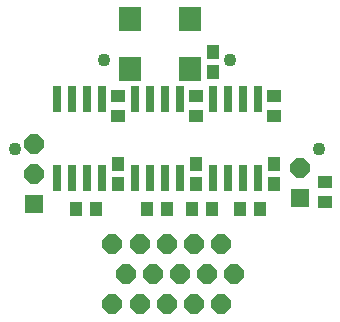
<source format=gts>
G75*
%MOIN*%
%OFA0B0*%
%FSLAX24Y24*%
%IPPOS*%
%LPD*%
%AMOC8*
5,1,8,0,0,1.08239X$1,22.5*
%
%ADD10R,0.0280X0.0910*%
%ADD11R,0.0473X0.0434*%
%ADD12R,0.0434X0.0473*%
%ADD13R,0.0749X0.0827*%
%ADD14OC8,0.0634*%
%ADD15R,0.0640X0.0640*%
%ADD16OC8,0.0640*%
%ADD17C,0.0434*%
D10*
X002977Y010284D03*
X003477Y010284D03*
X003977Y010284D03*
X004477Y010284D03*
X005575Y010284D03*
X006075Y010284D03*
X006575Y010284D03*
X007075Y010284D03*
X008174Y010284D03*
X008674Y010284D03*
X009174Y010284D03*
X009674Y010284D03*
X009674Y012934D03*
X009174Y012934D03*
X008674Y012934D03*
X008174Y012934D03*
X007075Y012934D03*
X006575Y012934D03*
X006075Y012934D03*
X005575Y012934D03*
X004477Y012934D03*
X003977Y012934D03*
X003477Y012934D03*
X002977Y012934D03*
D11*
X005026Y013041D03*
X005026Y012372D03*
X007625Y012372D03*
X007625Y013041D03*
X010223Y013041D03*
X010223Y012372D03*
X011920Y010168D03*
X011920Y009499D03*
D12*
X010223Y010088D03*
X010223Y010758D03*
X009762Y009269D03*
X009093Y009269D03*
X008156Y009259D03*
X007487Y009259D03*
X007625Y010088D03*
X007625Y010758D03*
X006660Y009259D03*
X005991Y009259D03*
X005026Y010088D03*
X005026Y010758D03*
X004298Y009259D03*
X003629Y009259D03*
X008186Y013828D03*
X008186Y014497D03*
D13*
X007434Y013927D03*
X007434Y015581D03*
X005434Y015581D03*
X005434Y013927D03*
D14*
X004834Y006096D03*
X005736Y006096D03*
X006185Y007096D03*
X007086Y007096D03*
X006638Y008096D03*
X007539Y008096D03*
X007988Y007096D03*
X007539Y006096D03*
X006638Y006096D03*
X005283Y007096D03*
X004834Y008096D03*
X005736Y008096D03*
X008441Y008096D03*
X008890Y007096D03*
X008441Y006096D03*
D15*
X011074Y009633D03*
X002229Y009431D03*
D16*
X002229Y010431D03*
X002229Y011431D03*
X011074Y010633D03*
D17*
X011708Y011261D03*
X008738Y014231D03*
X008740Y014242D03*
X004543Y014231D03*
X004540Y014242D03*
X001573Y011261D03*
M02*

</source>
